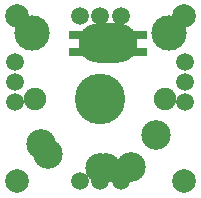
<source format=gbr>
%TF.GenerationSoftware,KiCad,Pcbnew,7.0.2*%
%TF.CreationDate,2023-05-08T22:42:50+02:00*%
%TF.ProjectId,verasity_PCB,76657261-7369-4747-995f-5043422e6b69,rev?*%
%TF.SameCoordinates,Original*%
%TF.FileFunction,Soldermask,Top*%
%TF.FilePolarity,Negative*%
%FSLAX46Y46*%
G04 Gerber Fmt 4.6, Leading zero omitted, Abs format (unit mm)*
G04 Created by KiCad (PCBNEW 7.0.2) date 2023-05-08 22:42:50*
%MOMM*%
%LPD*%
G01*
G04 APERTURE LIST*
%ADD10C,1.500000*%
%ADD11C,2.000000*%
%ADD12C,3.000000*%
%ADD13C,1.900000*%
%ADD14C,2.500000*%
%ADD15R,1.400000X0.800000*%
%ADD16C,4.280000*%
%ADD17O,5.000000X3.350000*%
%ADD18C,3.300000*%
G04 APERTURE END LIST*
D10*
%TO.C,REF\u002A\u002A*%
X63920000Y-90420000D03*
D11*
X64020000Y-97170000D03*
D12*
X65320000Y-84620000D03*
D13*
X65620000Y-90170000D03*
D14*
X66120000Y-93970000D03*
X66720000Y-94870000D03*
D15*
X69170000Y-84745000D03*
X69170000Y-86195000D03*
D10*
X69420000Y-83170000D03*
X69420000Y-97170000D03*
X71120000Y-83170000D03*
D16*
X71120000Y-90170000D03*
D14*
X71120000Y-96070000D03*
D10*
X71120000Y-97170000D03*
D14*
X71620000Y-96070000D03*
D17*
X71760000Y-85472000D03*
D18*
X71770000Y-85470000D03*
D10*
X72820000Y-83170000D03*
X72820000Y-97170000D03*
D14*
X73720000Y-95920000D03*
D15*
X74370000Y-84745000D03*
X74370000Y-86195000D03*
D14*
X75820000Y-93270000D03*
D13*
X76620000Y-90170000D03*
D12*
X76920000Y-84620000D03*
D11*
X78220000Y-97170000D03*
D10*
X78320000Y-90420000D03*
D11*
X64020000Y-83170000D03*
X78220000Y-83170000D03*
D10*
X78320000Y-87020000D03*
X63920000Y-87020000D03*
X63920000Y-88720000D03*
X78320000Y-88720000D03*
%TD*%
M02*

</source>
